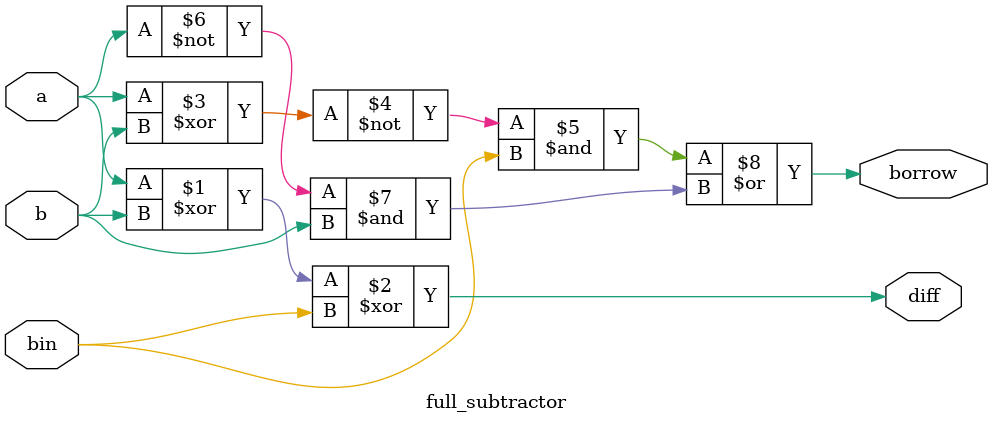
<source format=v>
module full_subtractor(
input a,b,bin,
output diff,borrow);
assign diff =a^b^bin;
assign borrow=(~(a^b)&bin)|(~a&b);
endmodule

</source>
